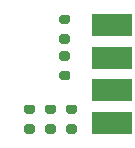
<source format=gbr>
%TF.GenerationSoftware,KiCad,Pcbnew,(5.1.9)-1*%
%TF.CreationDate,2022-11-25T11:31:52-06:00*%
%TF.ProjectId,adapter,61646170-7465-4722-9e6b-696361645f70,rev?*%
%TF.SameCoordinates,Original*%
%TF.FileFunction,Paste,Bot*%
%TF.FilePolarity,Positive*%
%FSLAX46Y46*%
G04 Gerber Fmt 4.6, Leading zero omitted, Abs format (unit mm)*
G04 Created by KiCad (PCBNEW (5.1.9)-1) date 2022-11-25 11:31:52*
%MOMM*%
%LPD*%
G01*
G04 APERTURE LIST*
%ADD10R,3.480000X1.846667*%
G04 APERTURE END LIST*
%TO.C,C4*%
G36*
G01*
X137435000Y-98635000D02*
X136885000Y-98635000D01*
G75*
G02*
X136685000Y-98435000I0J200000D01*
G01*
X136685000Y-98035000D01*
G75*
G02*
X136885000Y-97835000I200000J0D01*
G01*
X137435000Y-97835000D01*
G75*
G02*
X137635000Y-98035000I0J-200000D01*
G01*
X137635000Y-98435000D01*
G75*
G02*
X137435000Y-98635000I-200000J0D01*
G01*
G37*
G36*
G01*
X137435000Y-100285000D02*
X136885000Y-100285000D01*
G75*
G02*
X136685000Y-100085000I0J200000D01*
G01*
X136685000Y-99685000D01*
G75*
G02*
X136885000Y-99485000I200000J0D01*
G01*
X137435000Y-99485000D01*
G75*
G02*
X137635000Y-99685000I0J-200000D01*
G01*
X137635000Y-100085000D01*
G75*
G02*
X137435000Y-100285000I-200000J0D01*
G01*
G37*
%TD*%
%TO.C,C2*%
G36*
G01*
X139213000Y-98635000D02*
X138663000Y-98635000D01*
G75*
G02*
X138463000Y-98435000I0J200000D01*
G01*
X138463000Y-98035000D01*
G75*
G02*
X138663000Y-97835000I200000J0D01*
G01*
X139213000Y-97835000D01*
G75*
G02*
X139413000Y-98035000I0J-200000D01*
G01*
X139413000Y-98435000D01*
G75*
G02*
X139213000Y-98635000I-200000J0D01*
G01*
G37*
G36*
G01*
X139213000Y-100285000D02*
X138663000Y-100285000D01*
G75*
G02*
X138463000Y-100085000I0J200000D01*
G01*
X138463000Y-99685000D01*
G75*
G02*
X138663000Y-99485000I200000J0D01*
G01*
X139213000Y-99485000D01*
G75*
G02*
X139413000Y-99685000I0J-200000D01*
G01*
X139413000Y-100085000D01*
G75*
G02*
X139213000Y-100285000I-200000J0D01*
G01*
G37*
%TD*%
D10*
%TO.C,P1*%
X142367000Y-91095000D03*
X142367000Y-93865000D03*
X142367000Y-96635000D03*
X142367000Y-99405000D03*
%TD*%
%TO.C,C1*%
G36*
G01*
X135657000Y-100284500D02*
X135107000Y-100284500D01*
G75*
G02*
X134907000Y-100084500I0J200000D01*
G01*
X134907000Y-99684500D01*
G75*
G02*
X135107000Y-99484500I200000J0D01*
G01*
X135657000Y-99484500D01*
G75*
G02*
X135857000Y-99684500I0J-200000D01*
G01*
X135857000Y-100084500D01*
G75*
G02*
X135657000Y-100284500I-200000J0D01*
G01*
G37*
G36*
G01*
X135657000Y-98634500D02*
X135107000Y-98634500D01*
G75*
G02*
X134907000Y-98434500I0J200000D01*
G01*
X134907000Y-98034500D01*
G75*
G02*
X135107000Y-97834500I200000J0D01*
G01*
X135657000Y-97834500D01*
G75*
G02*
X135857000Y-98034500I0J-200000D01*
G01*
X135857000Y-98434500D01*
G75*
G02*
X135657000Y-98634500I-200000J0D01*
G01*
G37*
%TD*%
%TO.C,C3*%
G36*
G01*
X138641500Y-95776500D02*
X138091500Y-95776500D01*
G75*
G02*
X137891500Y-95576500I0J200000D01*
G01*
X137891500Y-95176500D01*
G75*
G02*
X138091500Y-94976500I200000J0D01*
G01*
X138641500Y-94976500D01*
G75*
G02*
X138841500Y-95176500I0J-200000D01*
G01*
X138841500Y-95576500D01*
G75*
G02*
X138641500Y-95776500I-200000J0D01*
G01*
G37*
G36*
G01*
X138641500Y-94126500D02*
X138091500Y-94126500D01*
G75*
G02*
X137891500Y-93926500I0J200000D01*
G01*
X137891500Y-93526500D01*
G75*
G02*
X138091500Y-93326500I200000J0D01*
G01*
X138641500Y-93326500D01*
G75*
G02*
X138841500Y-93526500I0J-200000D01*
G01*
X138841500Y-93926500D01*
G75*
G02*
X138641500Y-94126500I-200000J0D01*
G01*
G37*
%TD*%
%TO.C,C5*%
G36*
G01*
X138091500Y-90215000D02*
X138641500Y-90215000D01*
G75*
G02*
X138841500Y-90415000I0J-200000D01*
G01*
X138841500Y-90815000D01*
G75*
G02*
X138641500Y-91015000I-200000J0D01*
G01*
X138091500Y-91015000D01*
G75*
G02*
X137891500Y-90815000I0J200000D01*
G01*
X137891500Y-90415000D01*
G75*
G02*
X138091500Y-90215000I200000J0D01*
G01*
G37*
G36*
G01*
X138091500Y-91865000D02*
X138641500Y-91865000D01*
G75*
G02*
X138841500Y-92065000I0J-200000D01*
G01*
X138841500Y-92465000D01*
G75*
G02*
X138641500Y-92665000I-200000J0D01*
G01*
X138091500Y-92665000D01*
G75*
G02*
X137891500Y-92465000I0J200000D01*
G01*
X137891500Y-92065000D01*
G75*
G02*
X138091500Y-91865000I200000J0D01*
G01*
G37*
%TD*%
M02*

</source>
